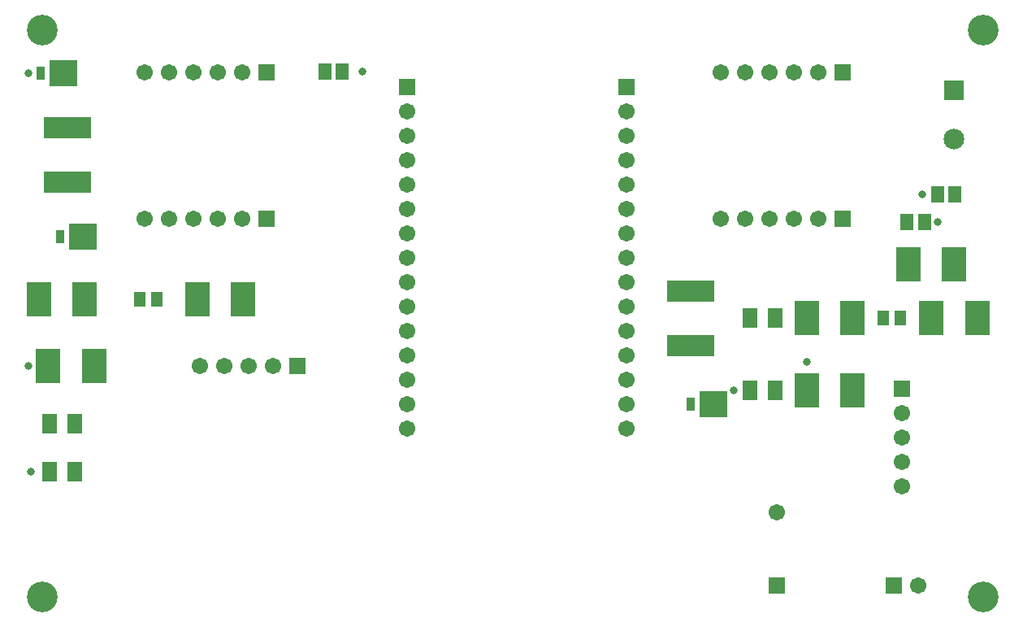
<source format=gts>
G04*
G04 #@! TF.GenerationSoftware,Altium Limited,Altium Designer,22.8.2 (66)*
G04*
G04 Layer_Color=8388736*
%FSLAX44Y44*%
%MOMM*%
G71*
G04*
G04 #@! TF.SameCoordinates,AD83E0BB-F914-43FB-B5B6-00057FB2F5A7*
G04*
G04*
G04 #@! TF.FilePolarity,Negative*
G04*
G01*
G75*
%ADD20R,1.4032X1.7232*%
%ADD21R,1.3532X1.6532*%
%ADD22R,2.5732X3.5732*%
%ADD23R,1.3032X1.5832*%
%ADD24R,4.9032X2.2532*%
%ADD25R,0.9652X1.4732*%
%ADD26R,2.8732X2.7432*%
%ADD27R,1.5032X2.1232*%
%ADD28C,3.2032*%
%ADD29R,2.1532X2.1532*%
%ADD30C,2.1532*%
%ADD31R,1.7032X1.7032*%
%ADD32C,1.7032*%
%ADD33R,1.7032X1.7032*%
%ADD34C,0.8032*%
D20*
X962690Y448480D02*
D03*
X980430D02*
D03*
X324530Y577090D02*
D03*
X342270D02*
D03*
D21*
X948810Y419778D02*
D03*
X930810D02*
D03*
D22*
X931762Y375836D02*
D03*
X979862D02*
D03*
X1004050Y320000D02*
D03*
X955950D02*
D03*
X825950D02*
D03*
X874050D02*
D03*
Y245000D02*
D03*
X825950D02*
D03*
X84050Y270000D02*
D03*
X35950D02*
D03*
X239050Y340000D02*
D03*
X190950D02*
D03*
X25950D02*
D03*
X74050D02*
D03*
D23*
X923850Y320000D02*
D03*
X906150D02*
D03*
X148850Y340000D02*
D03*
X131150D02*
D03*
D24*
X705500Y348250D02*
D03*
Y291750D02*
D03*
X55500Y518250D02*
D03*
Y461750D02*
D03*
D25*
X705243Y230000D02*
D03*
X48243Y405000D02*
D03*
X28243Y575000D02*
D03*
D26*
X728753Y230000D02*
D03*
X71753Y405000D02*
D03*
X51753Y575000D02*
D03*
D27*
X766900Y320000D02*
D03*
X793100D02*
D03*
Y245000D02*
D03*
X766900D02*
D03*
X36900Y210000D02*
D03*
X63100D02*
D03*
Y160000D02*
D03*
X36900D02*
D03*
D28*
X30000Y620000D02*
D03*
X1010000Y30000D02*
D03*
Y620000D02*
D03*
X30000Y30000D02*
D03*
D29*
X979746Y556924D02*
D03*
D30*
Y506124D02*
D03*
D31*
X917300Y42000D02*
D03*
X795000Y41900D02*
D03*
X295800Y270000D02*
D03*
D32*
X942700Y42000D02*
D03*
X795000Y118100D02*
D03*
X270400Y270000D02*
D03*
X245000D02*
D03*
X219600D02*
D03*
X194200D02*
D03*
X187300Y576200D02*
D03*
X161900D02*
D03*
X136500D02*
D03*
X212700D02*
D03*
X238100D02*
D03*
X212700Y423800D02*
D03*
X238100D02*
D03*
X187300D02*
D03*
X136500D02*
D03*
X161900D02*
D03*
X761900D02*
D03*
X736500D02*
D03*
X787300D02*
D03*
X838100D02*
D03*
X812700D02*
D03*
X838100Y576200D02*
D03*
X812700D02*
D03*
X736500D02*
D03*
X761900D02*
D03*
X787300D02*
D03*
X638600Y535000D02*
D03*
Y509600D02*
D03*
Y408000D02*
D03*
Y458800D02*
D03*
Y484200D02*
D03*
Y382600D02*
D03*
Y204800D02*
D03*
Y230200D02*
D03*
Y255600D02*
D03*
Y281000D02*
D03*
Y306400D02*
D03*
Y331800D02*
D03*
Y357200D02*
D03*
Y433400D02*
D03*
X410000Y230200D02*
D03*
Y306400D02*
D03*
Y331800D02*
D03*
Y357200D02*
D03*
Y382600D02*
D03*
Y408000D02*
D03*
Y433400D02*
D03*
Y458800D02*
D03*
Y484200D02*
D03*
Y509600D02*
D03*
Y535000D02*
D03*
Y204800D02*
D03*
Y255600D02*
D03*
Y281000D02*
D03*
X925000Y144600D02*
D03*
Y170000D02*
D03*
Y195400D02*
D03*
Y220800D02*
D03*
D33*
X263500Y423800D02*
D03*
Y576200D02*
D03*
X863500D02*
D03*
Y423800D02*
D03*
X410000Y560400D02*
D03*
X638600Y560400D02*
D03*
X925000Y246200D02*
D03*
D34*
X825950Y274320D02*
D03*
X362910Y577090D02*
D03*
X750000Y245000D02*
D03*
X946922Y448480D02*
D03*
X962924Y419778D02*
D03*
X17526Y159766D02*
D03*
X15557Y269963D02*
D03*
X15000Y575000D02*
D03*
M02*

</source>
